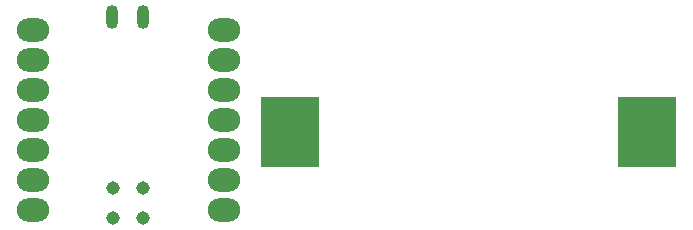
<source format=gbr>
%TF.GenerationSoftware,KiCad,Pcbnew,9.0.0*%
%TF.CreationDate,2025-03-07T17:00:58+09:00*%
%TF.ProjectId,Airdata,41697264-6174-4612-9e6b-696361645f70,rev?*%
%TF.SameCoordinates,Original*%
%TF.FileFunction,Paste,Top*%
%TF.FilePolarity,Positive*%
%FSLAX46Y46*%
G04 Gerber Fmt 4.6, Leading zero omitted, Abs format (unit mm)*
G04 Created by KiCad (PCBNEW 9.0.0) date 2025-03-07 17:00:58*
%MOMM*%
%LPD*%
G01*
G04 APERTURE LIST*
%ADD10R,5.000000X6.000000*%
%ADD11O,2.748280X1.998980*%
%ADD12O,1.016000X2.032000*%
%ADD13C,1.143000*%
G04 APERTURE END LIST*
D10*
%TO.C,REF\u002A\u002A*%
X205850000Y-62750000D03*
%TD*%
%TO.C,REF\u002A\u002A*%
X175600000Y-62750000D03*
%TD*%
D11*
%TO.C,U1*%
X170000000Y-69317820D03*
X170000000Y-66777820D03*
X170000000Y-64237820D03*
X170000000Y-61697820D03*
X170000000Y-59157820D03*
X170000000Y-56617820D03*
X170000000Y-54077820D03*
X153835440Y-54077820D03*
X153835440Y-56617820D03*
X153835440Y-59157820D03*
X153835440Y-61697820D03*
X153835440Y-64237820D03*
X153835440Y-66777820D03*
X153835440Y-69317820D03*
D12*
X163133120Y-53000000D03*
X160583120Y-53000000D03*
D13*
X163134317Y-70004187D03*
X160594317Y-70004187D03*
X163134317Y-67464187D03*
X160594317Y-67464187D03*
%TD*%
M02*

</source>
